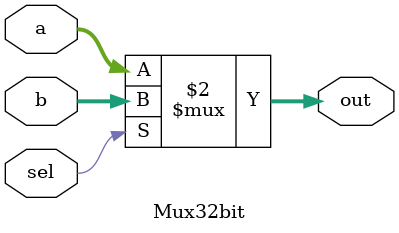
<source format=v>
`timescale 1ns / 1ps


module Control(
    input [6:0] opcode,
    output reg branch,
    output reg memRead,
    output reg memToReg,
    output reg [1:0] ALUop,
    output reg memWrite,
    output reg ALUsrc,
    output reg regWrite

);
    always @(*) begin
        case (opcode)
            // R-type
            7'b0110011: begin
                branch <= 1'b0;
                memRead <= 1'b0;
                memToReg <= 1'b0;
                ALUop <= 2'b10;
                memWrite <= 1'b0;
                ALUsrc <= 1'b0;
                regWrite <= 1'b1;
            end
            // I-type
            // lw
            7'b0000011: begin
                branch <= 1'b0;
                memRead <= 1'b1;
                memToReg <= 1'b1;
                ALUop <= 2'b00;
                memWrite <= 1'b0;
                ALUsrc <= 1'b1;
                regWrite <= 1'b1;
            end
            // addi
            7'b0010011: begin
                branch <= 1'b0;
                memRead <= 1'b0;
                memToReg <= 1'b0;
                ALUop <= 2'b00;
                memWrite <= 1'b0;
                ALUsrc <= 1'b1;
                regWrite <= 1'b1;
            end
            // S-type
            7'b0100011: begin
                branch <= 1'b0;
                memRead <= 1'b0;
                memToReg <= 1'b0;
                ALUop <= 2'b00;
                memWrite <= 1'b1;
                ALUsrc <= 1'b1;
                regWrite <= 1'b0;
            end
            // B-type
            7'b1100011: begin
                branch <= 1'b1;
                memRead <= 1'b0;
                memToReg <= 1'b0;
                ALUop <= 2'b01;
                memWrite <= 1'b0;
                ALUsrc <= 1'b0;
                regWrite <= 1'b0;
            end
            default: begin
                branch <= 1'b0;
                memRead <= 1'b0;
                memToReg <= 1'b0;
                ALUop <= 2'b00;
                memWrite <= 1'b0;
                ALUsrc <= 1'b0;
                regWrite <= 1'b0;
            end
        endcase // opcode
    end
endmodule : Control

module ALUcontrol (
    input [3:0] instruction,
    input [1:0] ALUop,
    output reg [3:0] ALUctrl,
    output reg bne
    
);
    always @(*) begin
        case (ALUop)
            2'b00: begin
                ALUctrl <= 4'b0010;
                bne <= 1'b0;
            end
            2'b01: begin
                if (instruction[2:0] == 3'b000) begin
                    ALUctrl <= 4'b0110;
                    bne <= 1'b0;
                end
                else if (instruction[2:0] == 3'b001) begin
                    ALUctrl <= 4'b0110;
                    bne <= 1'b1;
                end
                else begin
                    ALUctrl <= 4'b0000;
                    bne <= 1'b0;
                end
            end
            2'b10: begin
                if (instruction[2:0] == 3'b000 && instruction[3] == 1'b0) begin
                    ALUctrl <= 4'b0010;
                    bne <= 1'b0;
                end
                else if (instruction[2:0] == 3'b000 && instruction[3] == 1'b1) begin
                    ALUctrl <= 4'b0110;
                    bne <= 1'b0;
                end
                else if (instruction[2:0] == 3'b111) begin
                    ALUctrl <= 4'b0000;
                    bne <= 1'b0;
                end
                else if (instruction[2:0] == 3'b110) begin
                    ALUctrl <= 4'b0001;
                    bne <= 1'b0;
                end
                else begin
                    ALUctrl <= 4'b0000;
                    bne <= 1'b0;
                end
            end
            default: begin
                ALUctrl <= 4'b0000;
                bne <= 1'b0;
            end
        endcase
    end
endmodule : ALUcontrol

module Mux32bit (
    input [31:0] a,
    input [31:0] b,
    input sel,
    output reg [31:0] out
    
);
    always @(*)
        out = (sel)? b: a;
endmodule : Mux32bit
</source>
